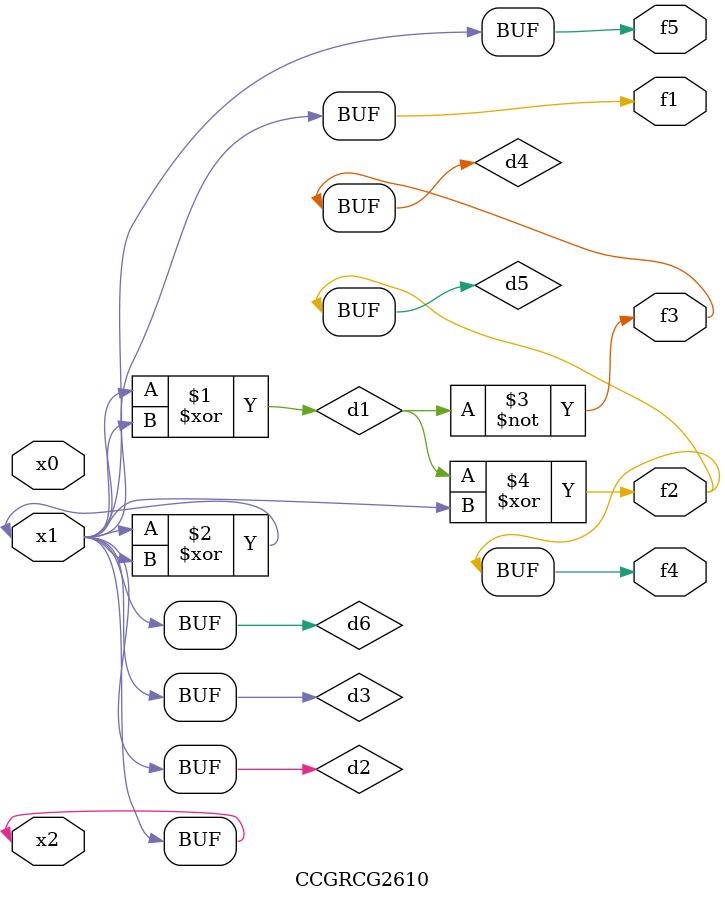
<source format=v>
module CCGRCG2610(
	input x0, x1, x2,
	output f1, f2, f3, f4, f5
);

	wire d1, d2, d3, d4, d5, d6;

	xor (d1, x1, x2);
	buf (d2, x1, x2);
	xor (d3, x1, x2);
	nor (d4, d1);
	xor (d5, d1, d2);
	buf (d6, d2, d3);
	assign f1 = d6;
	assign f2 = d5;
	assign f3 = d4;
	assign f4 = d5;
	assign f5 = d6;
endmodule

</source>
